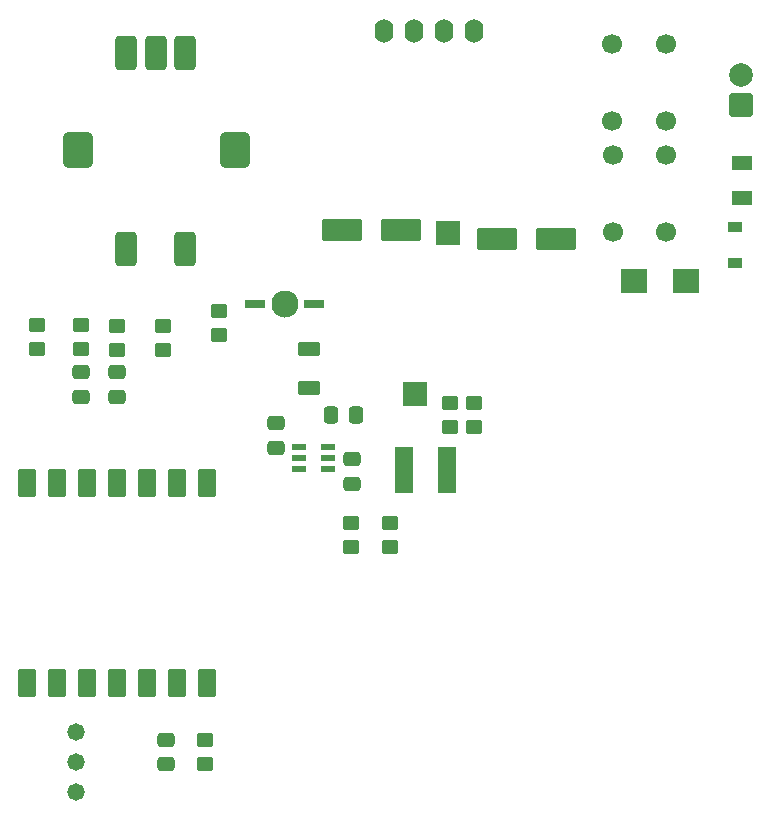
<source format=gbr>
%TF.GenerationSoftware,KiCad,Pcbnew,9.0.6*%
%TF.CreationDate,2026-02-01T14:10:18+01:00*%
%TF.ProjectId,hw,68772e6b-6963-4616-945f-706362585858,rev?*%
%TF.SameCoordinates,Original*%
%TF.FileFunction,Soldermask,Top*%
%TF.FilePolarity,Negative*%
%FSLAX46Y46*%
G04 Gerber Fmt 4.6, Leading zero omitted, Abs format (unit mm)*
G04 Created by KiCad (PCBNEW 9.0.6) date 2026-02-01 14:10:18*
%MOMM*%
%LPD*%
G01*
G04 APERTURE LIST*
G04 Aperture macros list*
%AMRoundRect*
0 Rectangle with rounded corners*
0 $1 Rounding radius*
0 $2 $3 $4 $5 $6 $7 $8 $9 X,Y pos of 4 corners*
0 Add a 4 corners polygon primitive as box body*
4,1,4,$2,$3,$4,$5,$6,$7,$8,$9,$2,$3,0*
0 Add four circle primitives for the rounded corners*
1,1,$1+$1,$2,$3*
1,1,$1+$1,$4,$5*
1,1,$1+$1,$6,$7*
1,1,$1+$1,$8,$9*
0 Add four rect primitives between the rounded corners*
20,1,$1+$1,$2,$3,$4,$5,0*
20,1,$1+$1,$4,$5,$6,$7,0*
20,1,$1+$1,$6,$7,$8,$9,0*
20,1,$1+$1,$8,$9,$2,$3,0*%
G04 Aperture macros list end*
%ADD10RoundRect,0.152400X-0.609600X1.063600X-0.609600X-1.063600X0.609600X-1.063600X0.609600X1.063600X0*%
%ADD11RoundRect,0.152400X0.609600X-1.063600X0.609600X1.063600X-0.609600X1.063600X-0.609600X-1.063600X0*%
%ADD12RoundRect,0.250000X-0.450000X0.350000X-0.450000X-0.350000X0.450000X-0.350000X0.450000X0.350000X0*%
%ADD13RoundRect,0.102000X-1.600000X-0.800000X1.600000X-0.800000X1.600000X0.800000X-1.600000X0.800000X0*%
%ADD14R,1.200000X0.600000*%
%ADD15RoundRect,0.250000X-0.475000X0.337500X-0.475000X-0.337500X0.475000X-0.337500X0.475000X0.337500X0*%
%ADD16C,1.700000*%
%ADD17R,1.500000X4.000000*%
%ADD18RoundRect,0.250000X0.750000X-0.750000X0.750000X0.750000X-0.750000X0.750000X-0.750000X-0.750000X0*%
%ADD19C,2.000000*%
%ADD20RoundRect,0.250000X0.700000X-0.362500X0.700000X0.362500X-0.700000X0.362500X-0.700000X-0.362500X0*%
%ADD21C,1.473200*%
%ADD22R,2.000000X2.000000*%
%ADD23O,1.600000X2.000000*%
%ADD24R,1.200000X0.850000*%
%ADD25RoundRect,0.102000X1.600000X0.800000X-1.600000X0.800000X-1.600000X-0.800000X1.600000X-0.800000X0*%
%ADD26RoundRect,0.250000X0.475000X-0.337500X0.475000X0.337500X-0.475000X0.337500X-0.475000X-0.337500X0*%
%ADD27RoundRect,0.250000X0.450000X-0.350000X0.450000X0.350000X-0.450000X0.350000X-0.450000X-0.350000X0*%
%ADD28C,2.300000*%
%ADD29R,1.700000X0.750000*%
%ADD30RoundRect,0.270000X-0.630000X-1.180000X0.630000X-1.180000X0.630000X1.180000X-0.630000X1.180000X0*%
%ADD31RoundRect,0.375000X-0.875000X-1.125000X0.875000X-1.125000X0.875000X1.125000X-0.875000X1.125000X0*%
%ADD32R,1.820000X1.160000*%
%ADD33RoundRect,0.250000X-0.337500X-0.475000X0.337500X-0.475000X0.337500X0.475000X-0.337500X0.475000X0*%
%ADD34R,2.200000X2.150000*%
G04 APERTURE END LIST*
D10*
%TO.C,U1*%
X120700000Y-112259000D03*
X123240000Y-112259000D03*
X125780000Y-112259000D03*
X128320000Y-112259000D03*
X130860000Y-112259000D03*
X133400000Y-112259000D03*
X135940000Y-112259000D03*
D11*
X135940000Y-95349000D03*
X133400000Y-95349000D03*
X130860000Y-95349000D03*
X128320000Y-95349000D03*
X125780000Y-95349000D03*
X123240000Y-95349000D03*
X120700000Y-95349000D03*
%TD*%
D12*
%TO.C,R3*%
X128270000Y-82058000D03*
X128270000Y-84058000D03*
%TD*%
%TO.C,Rfbt1*%
X151384000Y-98695000D03*
X151384000Y-100695000D03*
%TD*%
D13*
%TO.C,C5*%
X160441000Y-74676000D03*
X165441000Y-74676000D03*
%TD*%
D14*
%TO.C,PS1*%
X143657000Y-92268000D03*
X143657000Y-93218000D03*
X143657000Y-94168000D03*
X146157000Y-94168000D03*
X146157000Y-93218000D03*
X146157000Y-92268000D03*
%TD*%
D15*
%TO.C,Cinx1*%
X148209000Y-93323500D03*
X148209000Y-95398500D03*
%TD*%
D16*
%TO.C,SW3*%
X170230000Y-64688000D03*
X170230000Y-58188000D03*
X174730000Y-64688000D03*
X174730000Y-58188000D03*
%TD*%
D17*
%TO.C,L1*%
X156222000Y-94234000D03*
X152622000Y-94234000D03*
%TD*%
D18*
%TO.C,J1*%
X181123500Y-63296000D03*
D19*
X181123500Y-60756001D03*
%TD*%
D12*
%TO.C,R5*%
X121539000Y-81931000D03*
X121539000Y-83931000D03*
%TD*%
D20*
%TO.C,L2*%
X144526000Y-87260500D03*
X144526000Y-83935500D03*
%TD*%
D12*
%TO.C,R4*%
X125222000Y-81931000D03*
X125222000Y-83931000D03*
%TD*%
D21*
%TO.C,U3*%
X124789400Y-121457000D03*
X124789400Y-118917000D03*
X124789400Y-116377000D03*
%TD*%
D22*
%TO.C,TP1*%
X153543000Y-87757000D03*
%TD*%
D23*
%TO.C,OLED1*%
X150926000Y-57068000D03*
X153466000Y-57068000D03*
X156006000Y-57068000D03*
X158546000Y-57068000D03*
%TD*%
D24*
%TO.C,D1*%
X180594000Y-76708000D03*
X180594000Y-73658000D03*
%TD*%
D15*
%TO.C,C2*%
X125222000Y-85957500D03*
X125222000Y-88032500D03*
%TD*%
D25*
%TO.C,C4*%
X152360000Y-73914000D03*
X147360000Y-73914000D03*
%TD*%
D16*
%TO.C,SW4*%
X170266000Y-74034000D03*
X170266000Y-67534000D03*
X174766000Y-74034000D03*
X174766000Y-67534000D03*
%TD*%
D12*
%TO.C,Rfbb1*%
X148082000Y-98695000D03*
X148082000Y-100695000D03*
%TD*%
D26*
%TO.C,C3*%
X132461000Y-119147500D03*
X132461000Y-117072500D03*
%TD*%
D22*
%TO.C,TP2*%
X156337000Y-74168000D03*
%TD*%
D27*
%TO.C,R2*%
X132207000Y-84058000D03*
X132207000Y-82058000D03*
%TD*%
D15*
%TO.C,C1*%
X128270000Y-85957500D03*
X128270000Y-88032500D03*
%TD*%
D28*
%TO.C,LED1*%
X142494000Y-80137000D03*
D29*
X144994000Y-80137000D03*
X139994000Y-80137000D03*
%TD*%
D30*
%TO.C,ROT1*%
X134072000Y-58928000D03*
X129072000Y-58928000D03*
X131572000Y-58928000D03*
X129072000Y-75528000D03*
X134072000Y-75528000D03*
D31*
X124972000Y-67133400D03*
X138272000Y-67133400D03*
%TD*%
D27*
%TO.C,COut1*%
X158496000Y-90535000D03*
X158496000Y-88535000D03*
%TD*%
D12*
%TO.C,R6*%
X135763000Y-117110000D03*
X135763000Y-119110000D03*
%TD*%
D32*
%TO.C,F1*%
X181229000Y-71198000D03*
X181229000Y-68248000D03*
%TD*%
D27*
%TO.C,COut2*%
X156464000Y-90535000D03*
X156464000Y-88535000D03*
%TD*%
D33*
%TO.C,Cin1*%
X146409500Y-89535000D03*
X148484500Y-89535000D03*
%TD*%
D27*
%TO.C,R1*%
X136906000Y-82788000D03*
X136906000Y-80788000D03*
%TD*%
D26*
%TO.C,CBoot1*%
X141732000Y-92350500D03*
X141732000Y-90275500D03*
%TD*%
D34*
%TO.C,D2*%
X176444000Y-78232000D03*
X172044000Y-78232000D03*
%TD*%
M02*

</source>
